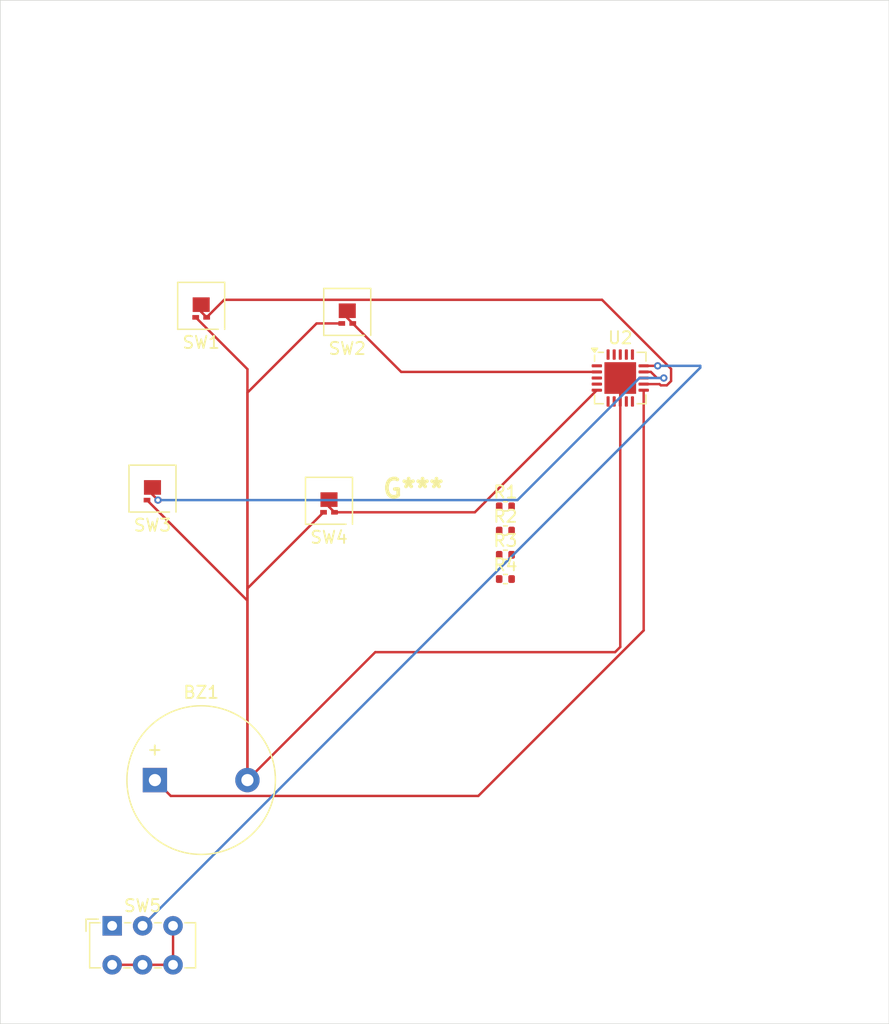
<source format=kicad_pcb>
(kicad_pcb (version 20240108) (generator "pcbnew") (generator_version "8.0")
  (layers (0 "F.Cu" signal) (31 "B.Cu" signal) (34 "B.Paste" user) (35 "F.Paste" user) (36 "B.SilkS" user "B.Silkscreen") (37 "F.SilkS" user "F.Silkscreen") (38 "B.Mask" user) (39 "F.Mask" user) (44 "Edge.Cuts" user))
  (net 0 "")
  (net 1 "GND")
  (net 2 "Net-(BZ1-+)")
  (net 3 "Net-(R1-Pad1)")
  (net 4 "Net-(SW1-A)")
  (net 5 "Net-(SW2-A)")
  (net 6 "Net-(SW3-A)")
  (net 7 "Net-(SW4-A)")
  (net 8 "Net-(SW1-K)")
  (net 9 "Net-(SW2-K)")
  (net 10 "Net-(SW3-K)")
  (net 11 "Net-(SW4-K)")
  (net 12 "+5V")
  (net 13 "Net-(SW5A-B)")
  (footprint "Resistor_SMD:R_0402_1005Metric" (layer "F.Cu") (at 144.99 89.02)
    (property "Reference" "R2" (at 0 -1.17 0) (layer "F.SilkS"))
    (property "Value" "330")
    (fp_line (start -0.153641 -0.38) (end 0.153641 -0.38) (stroke (width 0.12)) (layer "F.SilkS"))
    (fp_line (start -0.153641 0.38) (end 0.153641 0.38) (stroke (width 0.12)) (layer "F.SilkS"))
    (pad "1" smd roundrect (at -0.51 0) (size 0.54 0.64) (layers "F.Cu" "F.Paste" "F.Mask") (net 3 "Net-(R1-Pad1)"))
    (pad "2" smd roundrect (at 0.51 0) (size 0.54 0.64) (layers "F.Cu" "F.Paste" "F.Mask") (net 5 "Net-(SW2-A)"))
  )
  (footprint "LED_SMD:LED-L1T2_LUMILEDS" (layer "F.Cu") (at 132 71.5)
    (property "Reference" "SW2" (at 0 2.58 0) (layer "F.SilkS"))
    (property "Value" "SW_Push_LED")
    (fp_line (start -1.93 -2.35) (end 1.93 -2.35) (stroke (width 0.12)) (layer "F.SilkS"))
    (fp_line (start -1.93 1.5) (end -1.93 -2.35) (stroke (width 0.12)) (layer "F.SilkS"))
    (fp_line (start 1.4 1.5) (end -1.93 1.5) (stroke (width 0.12)) (layer "F.SilkS"))
    (fp_line (start 1.93 -2.35) (end 1.93 1.5) (stroke (width 0.12)) (layer "F.SilkS"))
    (pad "1" smd rect (at 0.45 0.52) (size 0.55 0.38) (layers "F.Cu" "F.Paste" "F.Mask") (net 9 "Net-(SW2-K)"))
    (pad "2" smd rect (at -0.45 0.52) (size 0.55 0.38) (layers "F.Cu" "F.Paste" "F.Mask") (net 1 "GND"))
    (pad "3" smd rect (at 0 -0.52) (size 1.4 1.2) (layers "F.Cu" "F.Paste" "F.Mask") (net 9 "Net-(SW2-K)"))
  )
  (footprint "LED_SMD:LED-L1T2_LUMILEDS" (layer "F.Cu") (at 116 86)
    (property "Reference" "SW3" (at 0 2.58 0) (layer "F.SilkS"))
    (property "Value" "SW_Push_LED")
    (fp_line (start -1.93 -2.35) (end 1.93 -2.35) (stroke (width 0.12)) (layer "F.SilkS"))
    (fp_line (start -1.93 1.5) (end -1.93 -2.35) (stroke (width 0.12)) (layer "F.SilkS"))
    (fp_line (start 1.4 1.5) (end -1.93 1.5) (stroke (width 0.12)) (layer "F.SilkS"))
    (fp_line (start 1.93 -2.35) (end 1.93 1.5) (stroke (width 0.12)) (layer "F.SilkS"))
    (pad "1" smd rect (at 0.45 0.52) (size 0.55 0.38) (layers "F.Cu" "F.Paste" "F.Mask") (net 10 "Net-(SW3-K)"))
    (pad "2" smd rect (at -0.45 0.52) (size 0.55 0.38) (layers "F.Cu" "F.Paste" "F.Mask") (net 1 "GND"))
    (pad "3" smd rect (at 0 -0.52) (size 1.4 1.2) (layers "F.Cu" "F.Paste" "F.Mask") (net 10 "Net-(SW3-K)"))
  )
  (footprint "Resistor_SMD:R_0402_1005Metric" (layer "F.Cu") (at 144.99 91.01)
    (property "Reference" "R3" (at 0 -1.17 0) (layer "F.SilkS"))
    (property "Value" "330")
    (fp_line (start -0.153641 -0.38) (end 0.153641 -0.38) (stroke (width 0.12)) (layer "F.SilkS"))
    (fp_line (start -0.153641 0.38) (end 0.153641 0.38) (stroke (width 0.12)) (layer "F.SilkS"))
    (pad "1" smd roundrect (at -0.51 0) (size 0.54 0.64) (layers "F.Cu" "F.Paste" "F.Mask") (net 3 "Net-(R1-Pad1)"))
    (pad "2" smd roundrect (at 0.51 0) (size 0.54 0.64) (layers "F.Cu" "F.Paste" "F.Mask") (net 6 "Net-(SW3-A)"))
  )
  (footprint "Resistor_SMD:R_0402_1005Metric" (layer "F.Cu") (at 144.99 93)
    (property "Reference" "R4" (at 0 -1.17 0) (layer "F.SilkS"))
    (property "Value" "330")
    (fp_line (start -0.153641 -0.38) (end 0.153641 -0.38) (stroke (width 0.12)) (layer "F.SilkS"))
    (fp_line (start -0.153641 0.38) (end 0.153641 0.38) (stroke (width 0.12)) (layer "F.SilkS"))
    (pad "1" smd roundrect (at -0.51 0) (size 0.54 0.64) (layers "F.Cu" "F.Paste" "F.Mask") (net 3 "Net-(R1-Pad1)"))
    (pad "2" smd roundrect (at 0.51 0) (size 0.54 0.64) (layers "F.Cu" "F.Paste" "F.Mask") (net 7 "Net-(SW4-A)"))
  )
  (footprint "LOGO" (layer "F.Cu") (at 137.434056 85.575563)
    (property "Reference" "G***" (at 0 0 0) (layer "F.SilkS") (effects (font (size 1.5 1.5) (thickness 0.3))))
    (property "Value" "LOGO" (hide yes))
  )
  (footprint "Buzzer_Beeper:Buzzer_12x9.5RM7.6" (layer "F.Cu") (at 116.2 109.5)
    (property "Reference" "BZ1" (at 3.8 -7.2 0) (layer "F.SilkS"))
    (property "Value" "Buzzer")
    (fp_circle (center 3.8 0) (end 9.9 0) (stroke (width 0.12)) (fill none) (layer "F.SilkS"))
    (fp_text user "+" (at -0.01 -2.54 0) (layer "F.SilkS"))
    (pad "1" thru_hole rect (at 0 0) (size 2 2) (drill 1) (layers "*.Cu" "*.Mask") (net 2 "Net-(BZ1-+)"))
    (pad "2" thru_hole circle (at 7.6 0) (size 2 2) (drill 1) (layers "*.Cu" "*.Mask") (net 1 "GND"))
  )
  (footprint "Package_DFN_QFN:QFN-20-1EP_4x4mm_P0.5mm_EP2.6x2.6mm" (layer "F.Cu") (at 154.425 76.5)
    (property "Reference" "U2" (at 0 -3.3 0) (layer "F.SilkS"))
    (property "Value" "ATtiny85-20M")
    (fp_line (start -2.11 -1.385) (end -2.11 -1.87) (stroke (width 0.12)) (layer "F.SilkS"))
    (fp_line (start -2.11 2.11) (end -2.11 1.385) (stroke (width 0.12)) (layer "F.SilkS"))
    (fp_line (start -1.385 -2.11) (end -1.81 -2.11) (stroke (width 0.12)) (layer "F.SilkS"))
    (fp_line (start -1.385 2.11) (end -2.11 2.11) (stroke (width 0.12)) (layer "F.SilkS"))
    (fp_line (start 1.385 -2.11) (end 2.11 -2.11) (stroke (width 0.12)) (layer "F.SilkS"))
    (fp_line (start 1.385 2.11) (end 2.11 2.11) (stroke (width 0.12)) (layer "F.SilkS"))
    (fp_line (start 2.11 -2.11) (end 2.11 -1.385) (stroke (width 0.12)) (layer "F.SilkS"))
    (fp_line (start 2.11 2.11) (end 2.11 1.385) (stroke (width 0.12)) (layer "F.SilkS"))
    (fp_poly (pts (xy -2.11 -2.11) (xy -2.35 -2.44) (xy -1.87 -2.44) (xy -2.11 -2.11)) (stroke (width 0.12)) (fill solid) (layer "F.SilkS"))
    (pad "1" smd roundrect (at -1.925 -1) (size 0.85 0.25) (layers "F.Cu" "F.Paste" "F.Mask"))
    (pad "2" smd roundrect (at -1.925 -0.5) (size 0.85 0.25) (layers "F.Cu" "F.Paste" "F.Mask") (net 9 "Net-(SW2-K)"))
    (pad "3" smd roundrect (at -1.925 0) (size 0.85 0.25) (layers "F.Cu" "F.Paste" "F.Mask"))
    (pad "4" smd roundrect (at -1.925 0.5) (size 0.85 0.25) (layers "F.Cu" "F.Paste" "F.Mask"))
    (pad "5" smd roundrect (at -1.925 1) (size 0.85 0.25) (layers "F.Cu" "F.Paste" "F.Mask") (net 11 "Net-(SW4-K)"))
    (pad "6" smd roundrect (at -1 1.925) (size 0.25 0.85) (layers "F.Cu" "F.Paste" "F.Mask"))
    (pad "7" smd roundrect (at -0.5 1.925) (size 0.25 0.85) (layers "F.Cu" "F.Paste" "F.Mask"))
    (pad "8" smd roundrect (at 0 1.925) (size 0.25 0.85) (layers "F.Cu" "F.Paste" "F.Mask") (net 1 "GND"))
    (pad "9" smd roundrect (at 0.5 1.925) (size 0.25 0.85) (layers "F.Cu" "F.Paste" "F.Mask"))
    (pad "10" smd roundrect (at 1 1.925) (size 0.25 0.85) (layers "F.Cu" "F.Paste" "F.Mask"))
    (pad "11" smd roundrect (at 1.925 1) (size 0.85 0.25) (layers "F.Cu" "F.Paste" "F.Mask") (net 2 "Net-(BZ1-+)"))
    (pad "12" smd roundrect (at 1.925 0.5) (size 0.85 0.25) (layers "F.Cu" "F.Paste" "F.Mask") (net 8 "Net-(SW1-K)"))
    (pad "13" smd roundrect (at 1.925 0) (size 0.85 0.25) (layers "F.Cu" "F.Paste" "F.Mask"))
    (pad "14" smd roundrect (at 1.925 -0.5) (size 0.85 0.25) (layers "F.Cu" "F.Paste" "F.Mask") (net 10 "Net-(SW3-K)"))
    (pad "15" smd roundrect (at 1.925 -1) (size 0.85 0.25) (layers "F.Cu" "F.Paste" "F.Mask") (net 13 "Net-(SW5A-B)"))
    (pad "16" smd roundrect (at 1 -1.925) (size 0.25 0.85) (layers "F.Cu" "F.Paste" "F.Mask"))
    (pad "17" smd roundrect (at 0.5 -1.925) (size 0.25 0.85) (layers "F.Cu" "F.Paste" "F.Mask"))
    (pad "18" smd roundrect (at 0 -1.925) (size 0.25 0.85) (layers "F.Cu" "F.Paste" "F.Mask"))
    (pad "19" smd roundrect (at -0.5 -1.925) (size 0.25 0.85) (layers "F.Cu" "F.Paste" "F.Mask"))
    (pad "20" smd roundrect (at -1 -1.925) (size 0.25 0.85) (layers "F.Cu" "F.Paste" "F.Mask"))
    (pad "21" smd rect (at 0 0) (size 2.6 2.6) (property pad_prop_heatsink) (layers "F.Cu" "F.Mask") (net 1 "GND"))
  )
  (footprint "LED_SMD:LED-L1T2_LUMILEDS" (layer "F.Cu") (at 130.5 87)
    (property "Reference" "SW4" (at 0 2.58 0) (layer "F.SilkS"))
    (property "Value" "SW_Push_LED")
    (fp_line (start -1.93 -2.35) (end 1.93 -2.35) (stroke (width 0.12)) (layer "F.SilkS"))
    (fp_line (start -1.93 1.5) (end -1.93 -2.35) (stroke (width 0.12)) (layer "F.SilkS"))
    (fp_line (start 1.4 1.5) (end -1.93 1.5) (stroke (width 0.12)) (layer "F.SilkS"))
    (fp_line (start 1.93 -2.35) (end 1.93 1.5) (stroke (width 0.12)) (layer "F.SilkS"))
    (pad "1" smd rect (at 0.45 0.52) (size 0.55 0.38) (layers "F.Cu" "F.Paste" "F.Mask") (net 11 "Net-(SW4-K)"))
    (pad "2" smd rect (at -0.45 0.52) (size 0.55 0.38) (layers "F.Cu" "F.Paste" "F.Mask") (net 1 "GND"))
    (pad "3" smd rect (at 0 -0.52) (size 1.4 1.2) (layers "F.Cu" "F.Paste" "F.Mask") (net 11 "Net-(SW4-K)"))
  )
  (footprint "LED_SMD:LED-L1T2_LUMILEDS" (layer "F.Cu") (at 120 71)
    (property "Reference" "SW1" (at 0 2.58 0) (layer "F.SilkS"))
    (property "Value" "SW_Push_LED")
    (fp_line (start -1.93 -2.35) (end 1.93 -2.35) (stroke (width 0.12)) (layer "F.SilkS"))
    (fp_line (start -1.93 1.5) (end -1.93 -2.35) (stroke (width 0.12)) (layer "F.SilkS"))
    (fp_line (start 1.4 1.5) (end -1.93 1.5) (stroke (width 0.12)) (layer "F.SilkS"))
    (fp_line (start 1.93 -2.35) (end 1.93 1.5) (stroke (width 0.12)) (layer "F.SilkS"))
    (pad "1" smd rect (at 0.45 0.52) (size 0.55 0.38) (layers "F.Cu" "F.Paste" "F.Mask") (net 8 "Net-(SW1-K)"))
    (pad "2" smd rect (at -0.45 0.52) (size 0.55 0.38) (layers "F.Cu" "F.Paste" "F.Mask") (net 1 "GND"))
    (pad "3" smd rect (at 0 -0.52) (size 1.4 1.2) (layers "F.Cu" "F.Paste" "F.Mask") (net 8 "Net-(SW1-K)"))
  )
  (footprint "Resistor_SMD:R_0402_1005Metric" (layer "F.Cu") (at 144.99 87.03)
    (property "Reference" "R1" (at 0 -1.17 0) (layer "F.SilkS"))
    (property "Value" "330")
    (fp_line (start -0.153641 -0.38) (end 0.153641 -0.38) (stroke (width 0.12)) (layer "F.SilkS"))
    (fp_line (start -0.153641 0.38) (end 0.153641 0.38) (stroke (width 0.12)) (layer "F.SilkS"))
    (pad "1" smd roundrect (at -0.51 0) (size 0.54 0.64) (layers "F.Cu" "F.Paste" "F.Mask") (net 3 "Net-(R1-Pad1)"))
    (pad "2" smd roundrect (at 0.51 0) (size 0.54 0.64) (layers "F.Cu" "F.Paste" "F.Mask") (net 4 "Net-(SW1-A)"))
  )
  (footprint "Button_Switch_THT:SW_E-Switch_EG1271_SPDT" (layer "F.Cu") (at 112.69 121.46)
    (property "Reference" "SW5" (at 2.5 -1.65 0) (layer "F.SilkS"))
    (property "Value" "SW_DPST_x2")
    (fp_line (start -2.15 -0.55) (end -1.15 -0.55) (stroke (width 0.12)) (layer "F.SilkS"))
    (fp_line (start -2.15 0.45) (end -2.15 -0.55) (stroke (width 0.12)) (layer "F.SilkS"))
    (fp_line (start -1.85 -0.25) (end -1 -0.25) (stroke (width 0.12)) (layer "F.SilkS"))
    (fp_line (start -1.85 3.45) (end -1.85 -0.25) (stroke (width 0.12)) (layer "F.SilkS"))
    (fp_line (start -0.97 3.45) (end -1.85 3.45) (stroke (width 0.12)) (layer "F.SilkS"))
    (fp_line (start 1 -0.25) (end 1.53 -0.25) (stroke (width 0.12)) (layer "F.SilkS"))
    (fp_line (start 1.53 3.45) (end 0.97 3.45) (stroke (width 0.12)) (layer "F.SilkS"))
    (fp_line (start 3.47 -0.25) (end 4.03 -0.25) (stroke (width 0.12)) (layer "F.SilkS"))
    (fp_line (start 4.02 3.45) (end 3.47 3.45) (stroke (width 0.12)) (layer "F.SilkS"))
    (fp_line (start 5.97 -0.25) (end 6.85 -0.25) (stroke (width 0.12)) (layer "F.SilkS"))
    (fp_line (start 6.85 -0.25) (end 6.85 3.45) (stroke (width 0.12)) (layer "F.SilkS"))
    (fp_line (start 6.85 3.45) (end 5.98 3.45) (stroke (width 0.12)) (layer "F.SilkS"))
    (pad "1" thru_hole rect (at 0 0) (size 1.6 1.6) (drill 0.8) (layers "*.Cu" "*.Mask") (net 12 "+5V"))
    (pad "2" thru_hole circle (at 2.5 0) (size 1.6 1.6) (drill 0.8) (layers "*.Cu" "*.Mask") (net 13 "Net-(SW5A-B)"))
    (pad "3" thru_hole circle (at 5 0) (size 1.6 1.6) (drill 0.8) (layers "*.Cu" "*.Mask"))
    (pad "4" thru_hole circle (at 0 3.2) (size 1.6 1.6) (drill 0.8) (layers "*.Cu" "*.Mask"))
    (pad "5" thru_hole circle (at 2.5 3.2) (size 1.6 1.6) (drill 0.8) (layers "*.Cu" "*.Mask"))
    (pad "6" thru_hole circle (at 5 3.2) (size 1.6 1.6) (drill 0.8) (layers "*.Cu" "*.Mask"))
  )
  (gr_rect (start 103.5 45.5) (end 176.5 129.5) (stroke (width 0.05)) (fill none) (layer "Edge.Cuts"))
  (segment (start 117.69 124.66) (end 115.19 124.66) (width 0.2) (layer "F.Cu") (net 0))
  (segment (start 117.69 124.66) (end 117.69 121.46) (width 0.2) (layer "F.Cu") (net 0))
  (segment (start 112.69 124.66) (end 115.19 124.66) (width 0.2) (layer "F.Cu") (net 0))
  (segment (start 123.8 109.5) (end 134.3 99) (width 0.2) (layer "F.Cu") (net 1))
  (segment (start 123.8 109.5) (end 123.8 77.7) (width 0.2) (layer "F.Cu") (net 1))
  (segment (start 123.8 75.77) (end 119.55 71.52) (width 0.2) (layer "F.Cu") (net 1))
  (segment (start 134.3 99) (end 154 99) (width 0.2) (layer "F.Cu") (net 1))
  (segment (start 129.48 72.02) (end 131.55 72.02) (width 0.2) (layer "F.Cu") (net 1))
  (segment (start 154 99) (end 154.425 98.575) (width 0.2) (layer "F.Cu") (net 1))
  (segment (start 123.8 109.5) (end 123.8 75.77) (width 0.2) (layer "F.Cu") (net 1))
  (segment (start 123.8 94.77) (end 115.55 86.52) (width 0.2) (layer "F.Cu") (net 1))
  (segment (start 123.8 109.5) (end 123.8 94.77) (width 0.2) (layer "F.Cu") (net 1))
  (segment (start 123.8 109.5) (end 123.8 93.77) (width 0.2) (layer "F.Cu") (net 1))
  (segment (start 154.425 76.5) (end 154.425 78.425) (width 0.2) (layer "F.Cu") (net 1))
  (segment (start 123.8 93.77) (end 130.05 87.52) (width 0.2) (layer "F.Cu") (net 1))
  (segment (start 123.8 77.7) (end 129.48 72.02) (width 0.2) (layer "F.Cu") (net 1))
  (segment (start 154.425 98.575) (end 154.425 78.425) (width 0.2) (layer "F.Cu") (net 1))
  (segment (start 116.2 109.5) (end 117.5 110.8) (width 0.2) (layer "F.Cu") (net 2))
  (segment (start 117.5 110.8) (end 142.765686 110.8) (width 0.2) (layer "F.Cu") (net 2))
  (segment (start 142.765686 110.8) (end 156.35 97.215686) (width 0.2) (layer "F.Cu") (net 2))
  (segment (start 156.35 97.215686) (end 156.35 77.5) (width 0.2) (layer "F.Cu") (net 2))
  (segment (start 158.6 75.751471) (end 158.6 76.748529) (width 0.2) (layer "F.Cu") (net 8))
  (segment (start 152.928529 70.08) (end 158.6 75.751471) (width 0.2) (layer "F.Cu") (net 8))
  (segment (start 120.45 71.52) (end 121.89 70.08) (width 0.2) (layer "F.Cu") (net 8))
  (segment (start 120 70.48) (end 120 71.07) (width 0.2) (layer "F.Cu") (net 8))
  (segment (start 157.651471 77) (end 156.35 77) (width 0.2) (layer "F.Cu") (net 8))
  (segment (start 158.6 76.748529) (end 158.248529 77.1) (width 0.2) (layer "F.Cu") (net 8))
  (segment (start 158.248529 77.1) (end 157.751471 77.1) (width 0.2) (layer "F.Cu") (net 8))
  (segment (start 157.751471 77.1) (end 157.651471 77) (width 0.2) (layer "F.Cu") (net 8))
  (segment (start 120 71.07) (end 120.45 71.52) (width 0.2) (layer "F.Cu") (net 8))
  (segment (start 121.89 70.08) (end 152.928529 70.08) (width 0.2) (layer "F.Cu") (net 8))
  (segment (start 132 71.57) (end 132.45 72.02) (width 0.2) (layer "F.Cu") (net 9))
  (segment (start 136.43 76) (end 152.5 76) (width 0.2) (layer "F.Cu") (net 9))
  (segment (start 132.45 72.02) (end 136.43 76) (width 0.2) (layer "F.Cu") (net 9))
  (segment (start 132 70.98) (end 132 71.57) (width 0.2) (layer "F.Cu") (net 9))
  (segment (start 116 85.48) (end 116 86.07) (width 0.2) (layer "F.Cu") (net 10))
  (segment (start 116 86.07) (end 116.45 86.52) (width 0.2) (layer "F.Cu") (net 10))
  (segment (start 156.939386 76) (end 156.35 76) (width 0.2) (layer "F.Cu") (net 10))
  (segment (start 158 76.5) (end 157.439386 76.5) (width 0.2) (layer "F.Cu") (net 10))
  (segment (start 157.439386 76.5) (end 156.939386 76) (width 0.2) (layer "F.Cu") (net 10))
  (via (at 158 76.5) (size 0.6) (drill 0.3) (layers "F.Cu" "B.Cu") (net 10))
  (via (at 116.45 86.52) (size 0.6) (drill 0.3) (layers "F.Cu" "B.Cu") (net 10))
  (segment (start 116.45 86.52) (end 145.98 86.52) (width 0.2) (layer "B.Cu") (net 10))
  (segment (start 156 76.5) (end 158 76.5) (width 0.2) (layer "B.Cu") (net 10))
  (segment (start 145.98 86.52) (end 156 76.5) (width 0.2) (layer "B.Cu") (net 10))
  (segment (start 116.48 86.52) (end 116.5 86.5) (width 0.2) (layer "B.Cu") (net 10))
  (segment (start 130.5 86.48) (end 130.5 87.07) (width 0.2) (layer "F.Cu") (net 11))
  (segment (start 130.5 87.07) (end 130.95 87.52) (width 0.2) (layer "F.Cu") (net 11))
  (segment (start 142.48 87.52) (end 152.5 77.5) (width 0.2) (layer "F.Cu") (net 11))
  (segment (start 130.95 87.52) (end 142.48 87.52) (width 0.2) (layer "F.Cu") (net 11))
  (segment (start 115.19 121.46) (end 116.29 120.36) (width 0.2) (layer "F.Cu") (net 13))
  (segment (start 157.5 75.5) (end 156.35 75.5) (width 0.2) (layer "F.Cu") (net 13))
  (via (at 157.5 75.5) (size 0.6) (drill 0.3) (layers "F.Cu" "B.Cu") (net 13))
  (segment (start 161 75.5) (end 157.5 75.5) (width 0.2) (layer "B.Cu") (net 13))
  (segment (start 161 75.65) (end 161 75.5) (width 0.2) (layer "B.Cu") (net 13))
  (segment (start 115.19 121.46) (end 161 75.65) (width 0.2) (layer "B.Cu") (net 13))
)
</source>
